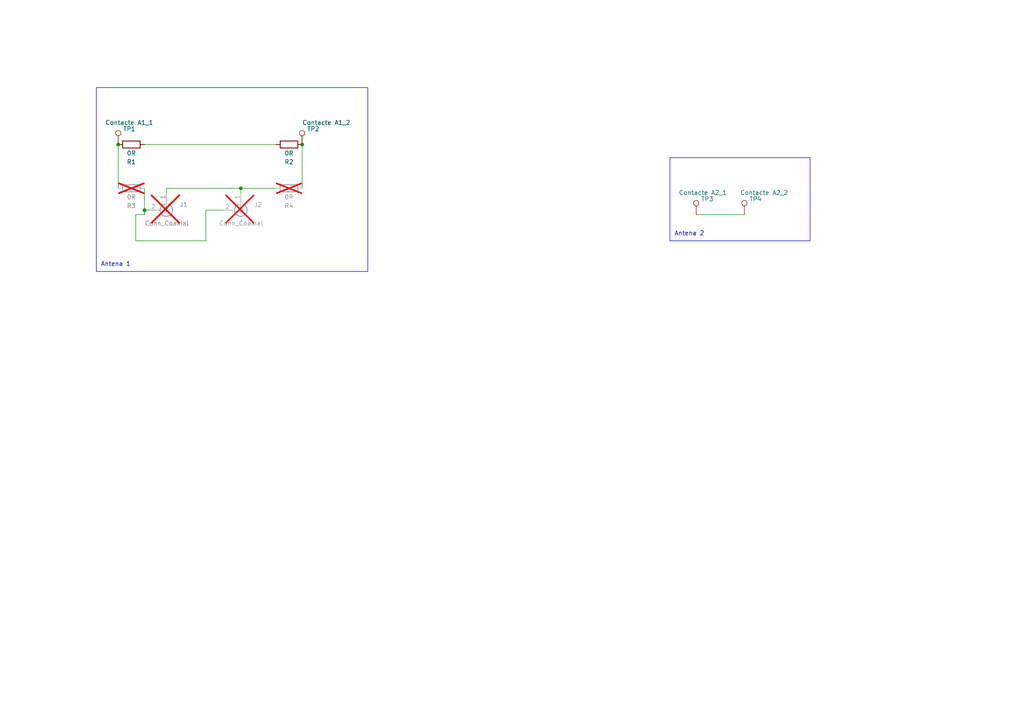
<source format=kicad_sch>
(kicad_sch (version 20230121) (generator eeschema)
  (paper "A4")
  (lib_symbols
    (symbol "Connector:Conn_Coaxial" (pin_names (offset 1.016) hide)
      (property "Reference" "J" (at 0.254 3.048 0))
      (property "Value" "Conn_Coaxial" (at 2.921 0 90))
      (symbol "Conn_Coaxial_0_1"
        (arc (start -1.778 -0.508) (mid 0.2311 -1.8066) (end 1.778 0) (stroke (width 0.254)))
        (polyline (pts (xy -2.54 0) (xy -0.508 0)))
        (polyline (pts (xy 0 -2.54) (xy 0 -1.778)))
        (circle (center 0 0) (radius 0.508) (stroke (width 0.2032)))
        (arc (start 1.778 0) (mid 0.2099 1.8101) (end -1.778 0.508) (stroke (width 0.254)))
      )
      (symbol "Conn_Coaxial_1_1"
        (pin passive line (at -5.08 0 0) (length 2.54) (name "In") (number "1"))
        (pin passive line (at 0 -5.08 90) (length 2.54) (name "Ext") (number "2"))
      )
    )
    (symbol "Connector:TestPoint" (pin_numbers hide) (pin_names (offset 0.762) hide)
      (property "Reference" "TP" (at 0 6.858 0))
      (property "Value" "TestPoint" (at 0 5.08 0))
      (symbol "TestPoint_0_1"
        (circle (center 0 3.302) (radius 0.762))
      )
      (symbol "TestPoint_1_1"
        (pin passive line (at 0 0 90) (length 2.54) (name "1") (number "1"))
      )
    )
    (symbol "Device:R" (pin_numbers hide) (pin_names (offset 0))
      (property "Reference" "R" (at 2.032 0 90))
      (property "Value" "R" (at 0 0 90))
      (symbol "R_0_1"
        (rectangle (start -1.016 -2.54) (end 1.016 2.54) (stroke (width 0.254)))
      )
      (symbol "R_1_1"
        (pin passive line (at 0 3.81 270) (length 1.27) (name "~") (number "1"))
        (pin passive line (at 0 -3.81 90) (length 1.27) (name "~") (number "2"))
      )
    )
  )
  (junction (at 34.29 41.91))
  (junction (at 41.91 60.96))
  (junction (at 87.63 41.91))
  (junction (at 69.85 54.61))
  (wire (pts (xy 41.91 60.96) (xy 43.18 60.96)))
  (wire (pts (xy 69.85 54.61) (xy 80.01 54.61)))
  (wire (pts (xy 39.37 62.23) (xy 41.91 62.23)))
  (wire (pts (xy 59.69 60.96) (xy 59.69 69.85)))
  (wire (pts (xy 59.69 69.85) (xy 39.37 69.85)))
  (wire (pts (xy 201.93 62.23) (xy 215.9 62.23)))
  (wire (pts (xy 64.77 60.96) (xy 59.69 60.96)))
  (wire (pts (xy 69.85 55.88) (xy 69.85 54.61)))
  (wire (pts (xy 41.91 41.91) (xy 80.01 41.91)))
  (wire (pts (xy 48.26 55.88) (xy 48.26 54.61)))
  (wire (pts (xy 34.29 41.91) (xy 34.29 54.61)))
  (wire (pts (xy 48.26 54.61) (xy 69.85 54.61)))
  (wire (pts (xy 39.37 69.85) (xy 39.37 62.23)))
  (wire (pts (xy 87.63 41.91) (xy 87.63 54.61)))
  (wire (pts (xy 41.91 54.61) (xy 41.91 60.96)))
  (wire (pts (xy 41.91 62.23) (xy 41.91 60.96)))
  (rectangle (start 194.31 45.72) (end 234.95 69.85))
  (rectangle (start 27.94 25.4) (end 106.68 78.74))
  (text "Antena 1" (at 29.21 77.47 0) (effects (font (size 1.27 1.27)) (justify left bottom)))
  (text "Antena 2" (at 195.58 68.58 0) (effects (font (size 1.27 1.27)) (justify left bottom)))
  (symbol (lib_id "Device:R") (at 83.82 54.61 90) (unit 1) (dnp yes)
    (property "Reference" "R4" (at 83.82 59.69 90))
    (property "Value" "0R" (at 83.82 57.15 90))
    (property "Footprint" "Jumper:SolderJumper-2_P1.3mm_Open_TrianglePad1.0x1.5mm" (effects hide))
  )
  (symbol (lib_id "Connector:TestPoint") (at 215.9 62.23 0) (unit 1)
    (property "Reference" "TP4" (at 217.297 57.7159 0) (effects (justify left)))
    (property "Value" "Contacte A2_2" (at 214.63 55.88 0) (effects (justify left)))
    (property "Footprint" "Library:TestPoint_Pad_3.2x2.6mm" (effects hide))
  )
  (symbol (lib_id "Connector:Conn_Coaxial") (at 48.26 60.96 270) (unit 1) (dnp yes)
    (property "Reference" "J1" (at 52.07 59.3725 90) (effects (justify left)))
    (property "Value" "Conn_Coaxial" (at 41.91 64.77 90) (effects (justify left)))
    (property "Footprint" "Library:U.FL-CON" (effects hide))
    (property "Datasheet" " ~" (effects hide))
  )
  (symbol (lib_id "Connector:TestPoint") (at 201.93 62.23 0) (unit 1)
    (property "Reference" "TP3" (at 203.327 57.7159 0) (effects (justify left)))
    (property "Value" "Contacte A2_1" (at 196.85 55.88 0) (effects (justify left)))
    (property "Footprint" "Library:TestPoint_Pad_3.2x2.6mm" (effects hide))
  )
  (symbol (lib_id "Device:R") (at 83.82 41.91 90) (unit 1)
    (property "Reference" "R2" (at 83.82 46.99 90))
    (property "Value" "0R" (at 83.82 44.45 90))
    (property "Footprint" "Jumper:SolderJumper-2_P1.3mm_Bridged_RoundedPad1.0x1.5mm" (effects hide))
  )
  (symbol (lib_id "Connector:Conn_Coaxial") (at 69.85 60.96 270) (unit 1) (dnp yes)
    (property "Reference" "J2" (at 73.66 59.3725 90) (effects (justify left)))
    (property "Value" "Conn_Coaxial" (at 63.5 64.77 90) (effects (justify left)))
    (property "Footprint" "Library:U.FL-CON" (effects hide))
    (property "Datasheet" " ~" (effects hide))
  )
  (symbol (lib_id "Device:R") (at 38.1 54.61 90) (unit 1) (dnp yes)
    (property "Reference" "R3" (at 38.1 59.69 90))
    (property "Value" "0R" (at 38.1 57.15 90))
    (property "Footprint" "Jumper:SolderJumper-2_P1.3mm_Open_TrianglePad1.0x1.5mm" (effects hide))
  )
  (symbol (lib_id "Device:R") (at 38.1 41.91 90) (unit 1)
    (property "Reference" "R1" (at 38.1 46.99 90))
    (property "Value" "0R" (at 38.1 44.45 90))
    (property "Footprint" "Jumper:SolderJumper-2_P1.3mm_Bridged_RoundedPad1.0x1.5mm" (effects hide))
  )
  (symbol (lib_id "Connector:TestPoint") (at 87.63 41.91 0) (unit 1)
    (property "Reference" "TP2" (at 89.027 37.3959 0) (effects (justify left)))
    (property "Value" "Contacte A1_2" (at 87.63 35.56 0) (effects (justify left)))
    (property "Footprint" "Library:TestPoint_Pad_3.2x2.6mm" (effects hide))
  )
  (symbol (lib_id "Connector:TestPoint") (at 34.29 41.91 0) (unit 1)
    (property "Reference" "TP1" (at 35.687 37.3959 0) (effects (justify left)))
    (property "Value" "Contacte A1_1" (at 30.48 35.56 0) (effects (justify left)))
    (property "Footprint" "Library:TestPoint_Pad_3.2x2.6mm" (effects hide))
  )
)
</source>
